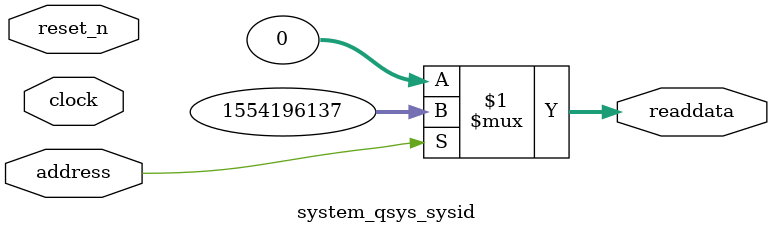
<source format=v>

`timescale 1ns / 1ps
// synthesis translate_on

// turn off superfluous verilog processor warnings 
// altera message_level Level1 
// altera message_off 10034 10035 10036 10037 10230 10240 10030 

module system_qsys_sysid (
               // inputs:
                address,
                clock,
                reset_n,

               // outputs:
                readdata
             )
;

  output  [ 31: 0] readdata;
  input            address;
  input            clock;
  input            reset_n;

  wire    [ 31: 0] readdata;
  //control_slave, which is an e_avalon_slave
  assign readdata = address ? 1554196137 : 0;

endmodule




</source>
